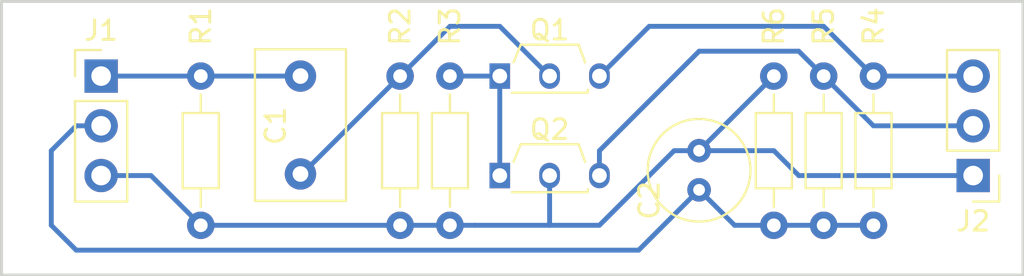
<source format=kicad_pcb>
(kicad_pcb (version 20171130) (host pcbnew "(5.0.2)-1")

  (general
    (thickness 1.6)
    (drawings 4)
    (tracks 39)
    (zones 0)
    (modules 12)
    (nets 8)
  )

  (page A4)
  (layers
    (0 F.Cu signal)
    (31 B.Cu signal)
    (32 B.Adhes user)
    (33 F.Adhes user)
    (34 B.Paste user)
    (35 F.Paste user)
    (36 B.SilkS user)
    (37 F.SilkS user)
    (38 B.Mask user)
    (39 F.Mask user)
    (40 Dwgs.User user)
    (41 Cmts.User user)
    (42 Eco1.User user)
    (43 Eco2.User user)
    (44 Edge.Cuts user)
    (45 Margin user)
    (46 B.CrtYd user)
    (47 F.CrtYd user)
    (48 B.Fab user)
    (49 F.Fab user)
  )

  (setup
    (last_trace_width 0.25)
    (trace_clearance 0.2)
    (zone_clearance 0.508)
    (zone_45_only no)
    (trace_min 0.2)
    (segment_width 0.2)
    (edge_width 0.15)
    (via_size 0.8)
    (via_drill 0.4)
    (via_min_size 0.4)
    (via_min_drill 0.3)
    (uvia_size 0.3)
    (uvia_drill 0.1)
    (uvias_allowed no)
    (uvia_min_size 0.2)
    (uvia_min_drill 0.1)
    (pcb_text_width 0.3)
    (pcb_text_size 1.5 1.5)
    (mod_edge_width 0.15)
    (mod_text_size 1 1)
    (mod_text_width 0.15)
    (pad_size 1.524 1.524)
    (pad_drill 0.762)
    (pad_to_mask_clearance 0.051)
    (solder_mask_min_width 0.25)
    (aux_axis_origin 0 0)
    (visible_elements 7FFFFFFF)
    (pcbplotparams
      (layerselection 0x010fc_ffffffff)
      (usegerberextensions false)
      (usegerberattributes false)
      (usegerberadvancedattributes false)
      (creategerberjobfile false)
      (excludeedgelayer true)
      (linewidth 0.100000)
      (plotframeref false)
      (viasonmask false)
      (mode 1)
      (useauxorigin false)
      (hpglpennumber 1)
      (hpglpenspeed 20)
      (hpglpendiameter 15.000000)
      (psnegative false)
      (psa4output false)
      (plotreference true)
      (plotvalue true)
      (plotinvisibletext false)
      (padsonsilk false)
      (subtractmaskfromsilk false)
      (outputformat 1)
      (mirror false)
      (drillshape 1)
      (scaleselection 1)
      (outputdirectory ""))
  )

  (net 0 "")
  (net 1 "Net-(C1-Pad1)")
  (net 2 "Net-(C1-Pad2)")
  (net 3 "Net-(C2-Pad1)")
  (net 4 "Net-(C2-Pad2)")
  (net 5 "Net-(J2-Pad2)")
  (net 6 "Net-(J2-Pad3)")
  (net 7 "Net-(Q1-Pad1)")

  (net_class Default "これはデフォルトのネット クラスです。"
    (clearance 0.2)
    (trace_width 0.25)
    (via_dia 0.8)
    (via_drill 0.4)
    (uvia_dia 0.3)
    (uvia_drill 0.1)
    (add_net "Net-(C1-Pad1)")
    (add_net "Net-(C1-Pad2)")
    (add_net "Net-(C2-Pad1)")
    (add_net "Net-(C2-Pad2)")
    (add_net "Net-(J2-Pad2)")
    (add_net "Net-(J2-Pad3)")
    (add_net "Net-(Q1-Pad1)")
  )

  (module Package_TO_SOT_THT:TO-92S_Wide (layer F.Cu) (tedit 5A279587) (tstamp 5D84D9BB)
    (at 88.9 63.5)
    (descr "TO-92S_Wide package, drill 0.75mm (https://www.diodes.com/assets/Package-Files/TO92S%20(Type%20B).pdf)")
    (tags "TO-92S_Wide transistor")
    (path /5D783C8E)
    (fp_text reference Q2 (at 2.54 -2.35) (layer F.SilkS)
      (effects (font (size 1 1) (thickness 0.15)))
    )
    (fp_text value 2Sk2881 (at 2.42 1.8) (layer F.Fab)
      (effects (font (size 1 1) (thickness 0.15)))
    )
    (fp_line (start 0.67 0.75) (end 4.42 0.75) (layer F.Fab) (width 0.12))
    (fp_line (start 4.42 0.75) (end 4.57 0) (layer F.Fab) (width 0.12))
    (fp_line (start 4.57 0) (end 3.97 -1.55) (layer F.Fab) (width 0.12))
    (fp_line (start 0.67 0.75) (end 0.52 0) (layer F.Fab) (width 0.12))
    (fp_line (start 0.52 0) (end 1.12 -1.55) (layer F.Fab) (width 0.12))
    (fp_line (start 1.12 -1.55) (end 3.97 -1.55) (layer F.Fab) (width 0.12))
    (fp_line (start 0.62 0.85) (end 4.47 0.85) (layer F.SilkS) (width 0.12))
    (fp_line (start 4.47 0.85) (end 4.5 0.7) (layer F.SilkS) (width 0.12))
    (fp_line (start 4.35 -0.7) (end 4.02 -1.6) (layer F.SilkS) (width 0.12))
    (fp_line (start 4.02 -1.6) (end 1.07 -1.6) (layer F.SilkS) (width 0.12))
    (fp_line (start 1.07 -1.6) (end 0.7 -0.7) (layer F.SilkS) (width 0.12))
    (fp_line (start 0.52 1) (end 4.57 1) (layer F.CrtYd) (width 0.05))
    (fp_line (start 4.57 1) (end 4.65 0.85) (layer F.CrtYd) (width 0.05))
    (fp_line (start 4.5 -0.85) (end 4.12 -1.8) (layer F.CrtYd) (width 0.05))
    (fp_line (start 4.12 -1.8) (end 0.97 -1.8) (layer F.CrtYd) (width 0.05))
    (fp_line (start 4.5 -0.85) (end 5.85 -0.85) (layer F.CrtYd) (width 0.05))
    (fp_line (start 5.85 -0.85) (end 5.85 0.85) (layer F.CrtYd) (width 0.05))
    (fp_line (start 5.85 0.85) (end 4.65 0.85) (layer F.CrtYd) (width 0.05))
    (fp_line (start 0.51 1) (end 0.43 0.85) (layer B.CrtYd) (width 0.05))
    (fp_line (start 0.58 -0.85) (end 0.96 -1.8) (layer B.CrtYd) (width 0.05))
    (fp_line (start 0.58 -0.85) (end -0.7 -0.85) (layer B.CrtYd) (width 0.05))
    (fp_line (start -0.7 -0.85) (end -0.7 0.85) (layer B.CrtYd) (width 0.05))
    (fp_line (start -0.7 0.85) (end 0.43 0.85) (layer B.CrtYd) (width 0.05))
    (fp_text user %R (at 2.54 -2.35) (layer F.Fab)
      (effects (font (size 1 1) (thickness 0.15)))
    )
    (pad 1 thru_hole rect (at 0 0 180) (size 1.05 1.3) (drill 0.75) (layers *.Cu *.Mask)
      (net 7 "Net-(Q1-Pad1)"))
    (pad 3 thru_hole oval (at 5.08 0 180) (size 1.05 1.3) (drill 0.75) (layers *.Cu *.Mask)
      (net 5 "Net-(J2-Pad2)"))
    (pad 2 thru_hole oval (at 2.54 0 180) (size 1.05 1.3) (drill 0.75) (layers *.Cu *.Mask)
      (net 4 "Net-(C2-Pad2)"))
    (model ${KISYS3DMOD}/Package_TO_SOT_THT.3dshapes/TO-92S_Wide.wrl
      (at (xyz 0 0 0))
      (scale (xyz 1 1 1))
      (rotate (xyz 0 0 0))
    )
  )

  (module Package_TO_SOT_THT:TO-92S_Wide (layer F.Cu) (tedit 5A279587) (tstamp 5D84D99D)
    (at 88.9 58.42)
    (descr "TO-92S_Wide package, drill 0.75mm (https://www.diodes.com/assets/Package-Files/TO92S%20(Type%20B).pdf)")
    (tags "TO-92S_Wide transistor")
    (path /5D7854A0)
    (fp_text reference Q1 (at 2.54 -2.35) (layer F.SilkS)
      (effects (font (size 1 1) (thickness 0.15)))
    )
    (fp_text value 2SK2881 (at 2.42 1.8) (layer F.Fab)
      (effects (font (size 1 1) (thickness 0.15)))
    )
    (fp_text user %R (at 2.54 -2.35) (layer F.Fab)
      (effects (font (size 1 1) (thickness 0.15)))
    )
    (fp_line (start -0.7 0.85) (end 0.43 0.85) (layer B.CrtYd) (width 0.05))
    (fp_line (start -0.7 -0.85) (end -0.7 0.85) (layer B.CrtYd) (width 0.05))
    (fp_line (start 0.58 -0.85) (end -0.7 -0.85) (layer B.CrtYd) (width 0.05))
    (fp_line (start 0.58 -0.85) (end 0.96 -1.8) (layer B.CrtYd) (width 0.05))
    (fp_line (start 0.51 1) (end 0.43 0.85) (layer B.CrtYd) (width 0.05))
    (fp_line (start 5.85 0.85) (end 4.65 0.85) (layer F.CrtYd) (width 0.05))
    (fp_line (start 5.85 -0.85) (end 5.85 0.85) (layer F.CrtYd) (width 0.05))
    (fp_line (start 4.5 -0.85) (end 5.85 -0.85) (layer F.CrtYd) (width 0.05))
    (fp_line (start 4.12 -1.8) (end 0.97 -1.8) (layer F.CrtYd) (width 0.05))
    (fp_line (start 4.5 -0.85) (end 4.12 -1.8) (layer F.CrtYd) (width 0.05))
    (fp_line (start 4.57 1) (end 4.65 0.85) (layer F.CrtYd) (width 0.05))
    (fp_line (start 0.52 1) (end 4.57 1) (layer F.CrtYd) (width 0.05))
    (fp_line (start 1.07 -1.6) (end 0.7 -0.7) (layer F.SilkS) (width 0.12))
    (fp_line (start 4.02 -1.6) (end 1.07 -1.6) (layer F.SilkS) (width 0.12))
    (fp_line (start 4.35 -0.7) (end 4.02 -1.6) (layer F.SilkS) (width 0.12))
    (fp_line (start 4.47 0.85) (end 4.5 0.7) (layer F.SilkS) (width 0.12))
    (fp_line (start 0.62 0.85) (end 4.47 0.85) (layer F.SilkS) (width 0.12))
    (fp_line (start 1.12 -1.55) (end 3.97 -1.55) (layer F.Fab) (width 0.12))
    (fp_line (start 0.52 0) (end 1.12 -1.55) (layer F.Fab) (width 0.12))
    (fp_line (start 0.67 0.75) (end 0.52 0) (layer F.Fab) (width 0.12))
    (fp_line (start 4.57 0) (end 3.97 -1.55) (layer F.Fab) (width 0.12))
    (fp_line (start 4.42 0.75) (end 4.57 0) (layer F.Fab) (width 0.12))
    (fp_line (start 0.67 0.75) (end 4.42 0.75) (layer F.Fab) (width 0.12))
    (pad 2 thru_hole oval (at 2.54 0 180) (size 1.05 1.3) (drill 0.75) (layers *.Cu *.Mask)
      (net 1 "Net-(C1-Pad1)"))
    (pad 3 thru_hole oval (at 5.08 0 180) (size 1.05 1.3) (drill 0.75) (layers *.Cu *.Mask)
      (net 6 "Net-(J2-Pad3)"))
    (pad 1 thru_hole rect (at 0 0 180) (size 1.05 1.3) (drill 0.75) (layers *.Cu *.Mask)
      (net 7 "Net-(Q1-Pad1)"))
    (model ${KISYS3DMOD}/Package_TO_SOT_THT.3dshapes/TO-92S_Wide.wrl
      (at (xyz 0 0 0))
      (scale (xyz 1 1 1))
      (rotate (xyz 0 0 0))
    )
  )

  (module Resistor_THT:R_Axial_DIN0204_L3.6mm_D1.6mm_P7.62mm_Horizontal (layer F.Cu) (tedit 5AE5139B) (tstamp 5D7EA72A)
    (at 102.87 66.04 90)
    (descr "Resistor, Axial_DIN0204 series, Axial, Horizontal, pin pitch=7.62mm, 0.167W, length*diameter=3.6*1.6mm^2, http://cdn-reichelt.de/documents/datenblatt/B400/1_4W%23YAG.pdf")
    (tags "Resistor Axial_DIN0204 series Axial Horizontal pin pitch 7.62mm 0.167W length 3.6mm diameter 1.6mm")
    (path /5D706B95)
    (fp_text reference R6 (at 10.16 0 90) (layer F.SilkS)
      (effects (font (size 1 1) (thickness 0.15)))
    )
    (fp_text value 10k (at 3.81 0 90) (layer F.Fab)
      (effects (font (size 1 1) (thickness 0.15)))
    )
    (fp_text user %R (at 5.61 0.8 90) (layer F.Fab)
      (effects (font (size 0.72 0.72) (thickness 0.108)))
    )
    (fp_line (start 8.57 -1.05) (end -0.95 -1.05) (layer F.CrtYd) (width 0.05))
    (fp_line (start 8.57 1.05) (end 8.57 -1.05) (layer F.CrtYd) (width 0.05))
    (fp_line (start -0.95 1.05) (end 8.57 1.05) (layer F.CrtYd) (width 0.05))
    (fp_line (start -0.95 -1.05) (end -0.95 1.05) (layer F.CrtYd) (width 0.05))
    (fp_line (start 6.68 0) (end 5.73 0) (layer F.SilkS) (width 0.12))
    (fp_line (start 0.94 0) (end 1.89 0) (layer F.SilkS) (width 0.12))
    (fp_line (start 5.73 -0.92) (end 1.89 -0.92) (layer F.SilkS) (width 0.12))
    (fp_line (start 5.73 0.92) (end 5.73 -0.92) (layer F.SilkS) (width 0.12))
    (fp_line (start 1.89 0.92) (end 5.73 0.92) (layer F.SilkS) (width 0.12))
    (fp_line (start 1.89 -0.92) (end 1.89 0.92) (layer F.SilkS) (width 0.12))
    (fp_line (start 7.62 0) (end 5.61 0) (layer F.Fab) (width 0.1))
    (fp_line (start 0 0) (end 2.01 0) (layer F.Fab) (width 0.1))
    (fp_line (start 5.61 -0.8) (end 2.01 -0.8) (layer F.Fab) (width 0.1))
    (fp_line (start 5.61 0.8) (end 5.61 -0.8) (layer F.Fab) (width 0.1))
    (fp_line (start 2.01 0.8) (end 5.61 0.8) (layer F.Fab) (width 0.1))
    (fp_line (start 2.01 -0.8) (end 2.01 0.8) (layer F.Fab) (width 0.1))
    (pad 2 thru_hole oval (at 7.62 0 90) (size 1.4 1.4) (drill 0.7) (layers *.Cu *.Mask)
      (net 4 "Net-(C2-Pad2)"))
    (pad 1 thru_hole circle (at 0 0 90) (size 1.4 1.4) (drill 0.7) (layers *.Cu *.Mask)
      (net 3 "Net-(C2-Pad1)"))
    (model ${KISYS3DMOD}/Resistor_THT.3dshapes/R_Axial_DIN0204_L3.6mm_D1.6mm_P7.62mm_Horizontal.wrl
      (at (xyz 0 0 0))
      (scale (xyz 1 1 1))
      (rotate (xyz 0 0 0))
    )
  )

  (module Resistor_THT:R_Axial_DIN0204_L3.6mm_D1.6mm_P7.62mm_Horizontal (layer F.Cu) (tedit 5AE5139B) (tstamp 5D7EA714)
    (at 105.41 66.04 90)
    (descr "Resistor, Axial_DIN0204 series, Axial, Horizontal, pin pitch=7.62mm, 0.167W, length*diameter=3.6*1.6mm^2, http://cdn-reichelt.de/documents/datenblatt/B400/1_4W%23YAG.pdf")
    (tags "Resistor Axial_DIN0204 series Axial Horizontal pin pitch 7.62mm 0.167W length 3.6mm diameter 1.6mm")
    (path /5D7066FB)
    (fp_text reference R5 (at 10.16 0 90) (layer F.SilkS)
      (effects (font (size 1 1) (thickness 0.15)))
    )
    (fp_text value 47k (at 3.81 2.54 90) (layer F.Fab)
      (effects (font (size 1 1) (thickness 0.15)))
    )
    (fp_line (start 2.01 -0.8) (end 2.01 0.8) (layer F.Fab) (width 0.1))
    (fp_line (start 2.01 0.8) (end 5.61 0.8) (layer F.Fab) (width 0.1))
    (fp_line (start 5.61 0.8) (end 5.61 -0.8) (layer F.Fab) (width 0.1))
    (fp_line (start 5.61 -0.8) (end 2.01 -0.8) (layer F.Fab) (width 0.1))
    (fp_line (start 0 0) (end 2.01 0) (layer F.Fab) (width 0.1))
    (fp_line (start 7.62 0) (end 5.61 0) (layer F.Fab) (width 0.1))
    (fp_line (start 1.89 -0.92) (end 1.89 0.92) (layer F.SilkS) (width 0.12))
    (fp_line (start 1.89 0.92) (end 5.73 0.92) (layer F.SilkS) (width 0.12))
    (fp_line (start 5.73 0.92) (end 5.73 -0.92) (layer F.SilkS) (width 0.12))
    (fp_line (start 5.73 -0.92) (end 1.89 -0.92) (layer F.SilkS) (width 0.12))
    (fp_line (start 0.94 0) (end 1.89 0) (layer F.SilkS) (width 0.12))
    (fp_line (start 6.68 0) (end 5.73 0) (layer F.SilkS) (width 0.12))
    (fp_line (start -0.95 -1.05) (end -0.95 1.05) (layer F.CrtYd) (width 0.05))
    (fp_line (start -0.95 1.05) (end 8.57 1.05) (layer F.CrtYd) (width 0.05))
    (fp_line (start 8.57 1.05) (end 8.57 -1.05) (layer F.CrtYd) (width 0.05))
    (fp_line (start 8.57 -1.05) (end -0.95 -1.05) (layer F.CrtYd) (width 0.05))
    (fp_text user %R (at 5.61 0.8 90) (layer F.Fab)
      (effects (font (size 0.72 0.72) (thickness 0.108)))
    )
    (pad 1 thru_hole circle (at 0 0 90) (size 1.4 1.4) (drill 0.7) (layers *.Cu *.Mask)
      (net 3 "Net-(C2-Pad1)"))
    (pad 2 thru_hole oval (at 7.62 0 90) (size 1.4 1.4) (drill 0.7) (layers *.Cu *.Mask)
      (net 5 "Net-(J2-Pad2)"))
    (model ${KISYS3DMOD}/Resistor_THT.3dshapes/R_Axial_DIN0204_L3.6mm_D1.6mm_P7.62mm_Horizontal.wrl
      (at (xyz 0 0 0))
      (scale (xyz 1 1 1))
      (rotate (xyz 0 0 0))
    )
  )

  (module Resistor_THT:R_Axial_DIN0204_L3.6mm_D1.6mm_P7.62mm_Horizontal (layer F.Cu) (tedit 5AE5139B) (tstamp 5D7EA6FE)
    (at 107.95 58.42 270)
    (descr "Resistor, Axial_DIN0204 series, Axial, Horizontal, pin pitch=7.62mm, 0.167W, length*diameter=3.6*1.6mm^2, http://cdn-reichelt.de/documents/datenblatt/B400/1_4W%23YAG.pdf")
    (tags "Resistor Axial_DIN0204 series Axial Horizontal pin pitch 7.62mm 0.167W length 3.6mm diameter 1.6mm")
    (path /5D706495)
    (fp_text reference R4 (at -2.54 0 270) (layer F.SilkS)
      (effects (font (size 1 1) (thickness 0.15)))
    )
    (fp_text value 47k (at 3.81 2.54 270) (layer F.Fab)
      (effects (font (size 1 1) (thickness 0.15)))
    )
    (fp_text user %R (at 2.54 -1.27 270) (layer F.Fab)
      (effects (font (size 0.72 0.72) (thickness 0.108)))
    )
    (fp_line (start 8.57 -1.05) (end -0.95 -1.05) (layer F.CrtYd) (width 0.05))
    (fp_line (start 8.57 1.05) (end 8.57 -1.05) (layer F.CrtYd) (width 0.05))
    (fp_line (start -0.95 1.05) (end 8.57 1.05) (layer F.CrtYd) (width 0.05))
    (fp_line (start -0.95 -1.05) (end -0.95 1.05) (layer F.CrtYd) (width 0.05))
    (fp_line (start 6.68 0) (end 5.73 0) (layer F.SilkS) (width 0.12))
    (fp_line (start 0.94 0) (end 1.89 0) (layer F.SilkS) (width 0.12))
    (fp_line (start 5.73 -0.92) (end 1.89 -0.92) (layer F.SilkS) (width 0.12))
    (fp_line (start 5.73 0.92) (end 5.73 -0.92) (layer F.SilkS) (width 0.12))
    (fp_line (start 1.89 0.92) (end 5.73 0.92) (layer F.SilkS) (width 0.12))
    (fp_line (start 1.89 -0.92) (end 1.89 0.92) (layer F.SilkS) (width 0.12))
    (fp_line (start 7.62 0) (end 5.61 0) (layer F.Fab) (width 0.1))
    (fp_line (start 0 0) (end 2.01 0) (layer F.Fab) (width 0.1))
    (fp_line (start 5.61 -0.8) (end 2.01 -0.8) (layer F.Fab) (width 0.1))
    (fp_line (start 5.61 0.8) (end 5.61 -0.8) (layer F.Fab) (width 0.1))
    (fp_line (start 2.01 0.8) (end 5.61 0.8) (layer F.Fab) (width 0.1))
    (fp_line (start 2.01 -0.8) (end 2.01 0.8) (layer F.Fab) (width 0.1))
    (pad 2 thru_hole oval (at 7.62 0 270) (size 1.4 1.4) (drill 0.7) (layers *.Cu *.Mask)
      (net 3 "Net-(C2-Pad1)"))
    (pad 1 thru_hole circle (at 0 0 270) (size 1.4 1.4) (drill 0.7) (layers *.Cu *.Mask)
      (net 6 "Net-(J2-Pad3)"))
    (model ${KISYS3DMOD}/Resistor_THT.3dshapes/R_Axial_DIN0204_L3.6mm_D1.6mm_P7.62mm_Horizontal.wrl
      (at (xyz 0 0 0))
      (scale (xyz 1 1 1))
      (rotate (xyz 0 0 0))
    )
  )

  (module Resistor_THT:R_Axial_DIN0204_L3.6mm_D1.6mm_P7.62mm_Horizontal (layer F.Cu) (tedit 5AE5139B) (tstamp 5D7EA6E8)
    (at 86.36 58.42 270)
    (descr "Resistor, Axial_DIN0204 series, Axial, Horizontal, pin pitch=7.62mm, 0.167W, length*diameter=3.6*1.6mm^2, http://cdn-reichelt.de/documents/datenblatt/B400/1_4W%23YAG.pdf")
    (tags "Resistor Axial_DIN0204 series Axial Horizontal pin pitch 7.62mm 0.167W length 3.6mm diameter 1.6mm")
    (path /5D7071B7)
    (fp_text reference R3 (at -2.54 0 270) (layer F.SilkS)
      (effects (font (size 1 1) (thickness 0.15)))
    )
    (fp_text value 1k5 (at 2.54 0 270) (layer F.Fab)
      (effects (font (size 1 1) (thickness 0.15)))
    )
    (fp_line (start 2.01 -0.8) (end 2.01 0.8) (layer F.Fab) (width 0.1))
    (fp_line (start 2.01 0.8) (end 5.61 0.8) (layer F.Fab) (width 0.1))
    (fp_line (start 5.61 0.8) (end 5.61 -0.8) (layer F.Fab) (width 0.1))
    (fp_line (start 5.61 -0.8) (end 2.01 -0.8) (layer F.Fab) (width 0.1))
    (fp_line (start 0 0) (end 2.01 0) (layer F.Fab) (width 0.1))
    (fp_line (start 7.62 0) (end 5.61 0) (layer F.Fab) (width 0.1))
    (fp_line (start 1.89 -0.92) (end 1.89 0.92) (layer F.SilkS) (width 0.12))
    (fp_line (start 1.89 0.92) (end 5.73 0.92) (layer F.SilkS) (width 0.12))
    (fp_line (start 5.73 0.92) (end 5.73 -0.92) (layer F.SilkS) (width 0.12))
    (fp_line (start 5.73 -0.92) (end 1.89 -0.92) (layer F.SilkS) (width 0.12))
    (fp_line (start 0.94 0) (end 1.89 0) (layer F.SilkS) (width 0.12))
    (fp_line (start 6.68 0) (end 5.73 0) (layer F.SilkS) (width 0.12))
    (fp_line (start -0.95 -1.05) (end -0.95 1.05) (layer F.CrtYd) (width 0.05))
    (fp_line (start -0.95 1.05) (end 8.57 1.05) (layer F.CrtYd) (width 0.05))
    (fp_line (start 8.57 1.05) (end 8.57 -1.05) (layer F.CrtYd) (width 0.05))
    (fp_line (start 8.57 -1.05) (end -0.95 -1.05) (layer F.CrtYd) (width 0.05))
    (fp_text user %R (at 5.08 0 270) (layer F.Fab)
      (effects (font (size 0.72 0.72) (thickness 0.108)))
    )
    (pad 1 thru_hole circle (at 0 0 270) (size 1.4 1.4) (drill 0.7) (layers *.Cu *.Mask)
      (net 7 "Net-(Q1-Pad1)"))
    (pad 2 thru_hole oval (at 7.62 0 270) (size 1.4 1.4) (drill 0.7) (layers *.Cu *.Mask)
      (net 4 "Net-(C2-Pad2)"))
    (model ${KISYS3DMOD}/Resistor_THT.3dshapes/R_Axial_DIN0204_L3.6mm_D1.6mm_P7.62mm_Horizontal.wrl
      (at (xyz 0 0 0))
      (scale (xyz 1 1 1))
      (rotate (xyz 0 0 0))
    )
  )

  (module Resistor_THT:R_Axial_DIN0204_L3.6mm_D1.6mm_P7.62mm_Horizontal (layer F.Cu) (tedit 5AE5139B) (tstamp 5D7EA6D2)
    (at 83.82 58.42 270)
    (descr "Resistor, Axial_DIN0204 series, Axial, Horizontal, pin pitch=7.62mm, 0.167W, length*diameter=3.6*1.6mm^2, http://cdn-reichelt.de/documents/datenblatt/B400/1_4W%23YAG.pdf")
    (tags "Resistor Axial_DIN0204 series Axial Horizontal pin pitch 7.62mm 0.167W length 3.6mm diameter 1.6mm")
    (path /5D707B83)
    (fp_text reference R2 (at -2.54 0 270) (layer F.SilkS)
      (effects (font (size 1 1) (thickness 0.15)))
    )
    (fp_text value 1M (at 2.54 0 270) (layer F.Fab)
      (effects (font (size 1 1) (thickness 0.15)))
    )
    (fp_text user %R (at 5.08 0 270) (layer F.Fab)
      (effects (font (size 0.72 0.72) (thickness 0.108)))
    )
    (fp_line (start 8.57 -1.05) (end -0.95 -1.05) (layer F.CrtYd) (width 0.05))
    (fp_line (start 8.57 1.05) (end 8.57 -1.05) (layer F.CrtYd) (width 0.05))
    (fp_line (start -0.95 1.05) (end 8.57 1.05) (layer F.CrtYd) (width 0.05))
    (fp_line (start -0.95 -1.05) (end -0.95 1.05) (layer F.CrtYd) (width 0.05))
    (fp_line (start 6.68 0) (end 5.73 0) (layer F.SilkS) (width 0.12))
    (fp_line (start 0.94 0) (end 1.89 0) (layer F.SilkS) (width 0.12))
    (fp_line (start 5.73 -0.92) (end 1.89 -0.92) (layer F.SilkS) (width 0.12))
    (fp_line (start 5.73 0.92) (end 5.73 -0.92) (layer F.SilkS) (width 0.12))
    (fp_line (start 1.89 0.92) (end 5.73 0.92) (layer F.SilkS) (width 0.12))
    (fp_line (start 1.89 -0.92) (end 1.89 0.92) (layer F.SilkS) (width 0.12))
    (fp_line (start 7.62 0) (end 5.61 0) (layer F.Fab) (width 0.1))
    (fp_line (start 0 0) (end 2.01 0) (layer F.Fab) (width 0.1))
    (fp_line (start 5.61 -0.8) (end 2.01 -0.8) (layer F.Fab) (width 0.1))
    (fp_line (start 5.61 0.8) (end 5.61 -0.8) (layer F.Fab) (width 0.1))
    (fp_line (start 2.01 0.8) (end 5.61 0.8) (layer F.Fab) (width 0.1))
    (fp_line (start 2.01 -0.8) (end 2.01 0.8) (layer F.Fab) (width 0.1))
    (pad 2 thru_hole oval (at 7.62 0 270) (size 1.4 1.4) (drill 0.7) (layers *.Cu *.Mask)
      (net 4 "Net-(C2-Pad2)"))
    (pad 1 thru_hole circle (at 0 0 270) (size 1.4 1.4) (drill 0.7) (layers *.Cu *.Mask)
      (net 1 "Net-(C1-Pad1)"))
    (model ${KISYS3DMOD}/Resistor_THT.3dshapes/R_Axial_DIN0204_L3.6mm_D1.6mm_P7.62mm_Horizontal.wrl
      (at (xyz 0 0 0))
      (scale (xyz 1 1 1))
      (rotate (xyz 0 0 0))
    )
  )

  (module Resistor_THT:R_Axial_DIN0204_L3.6mm_D1.6mm_P7.62mm_Horizontal (layer F.Cu) (tedit 5AE5139B) (tstamp 5D7EA6BC)
    (at 73.66 58.42 270)
    (descr "Resistor, Axial_DIN0204 series, Axial, Horizontal, pin pitch=7.62mm, 0.167W, length*diameter=3.6*1.6mm^2, http://cdn-reichelt.de/documents/datenblatt/B400/1_4W%23YAG.pdf")
    (tags "Resistor Axial_DIN0204 series Axial Horizontal pin pitch 7.62mm 0.167W length 3.6mm diameter 1.6mm")
    (path /5D707C0D)
    (fp_text reference R1 (at -2.54 0 270) (layer F.SilkS)
      (effects (font (size 1 1) (thickness 0.15)))
    )
    (fp_text value 10k (at 3.81 1.92 270) (layer F.Fab)
      (effects (font (size 1 1) (thickness 0.15)))
    )
    (fp_line (start 2.01 -0.8) (end 2.01 0.8) (layer F.Fab) (width 0.1))
    (fp_line (start 2.01 0.8) (end 5.61 0.8) (layer F.Fab) (width 0.1))
    (fp_line (start 5.61 0.8) (end 5.61 -0.8) (layer F.Fab) (width 0.1))
    (fp_line (start 5.61 -0.8) (end 2.01 -0.8) (layer F.Fab) (width 0.1))
    (fp_line (start 0 0) (end 2.01 0) (layer F.Fab) (width 0.1))
    (fp_line (start 7.62 0) (end 5.61 0) (layer F.Fab) (width 0.1))
    (fp_line (start 1.89 -0.92) (end 1.89 0.92) (layer F.SilkS) (width 0.12))
    (fp_line (start 1.89 0.92) (end 5.73 0.92) (layer F.SilkS) (width 0.12))
    (fp_line (start 5.73 0.92) (end 5.73 -0.92) (layer F.SilkS) (width 0.12))
    (fp_line (start 5.73 -0.92) (end 1.89 -0.92) (layer F.SilkS) (width 0.12))
    (fp_line (start 0.94 0) (end 1.89 0) (layer F.SilkS) (width 0.12))
    (fp_line (start 6.68 0) (end 5.73 0) (layer F.SilkS) (width 0.12))
    (fp_line (start -0.95 -1.05) (end -0.95 1.05) (layer F.CrtYd) (width 0.05))
    (fp_line (start -0.95 1.05) (end 8.57 1.05) (layer F.CrtYd) (width 0.05))
    (fp_line (start 8.57 1.05) (end 8.57 -1.05) (layer F.CrtYd) (width 0.05))
    (fp_line (start 8.57 -1.05) (end -0.95 -1.05) (layer F.CrtYd) (width 0.05))
    (fp_text user %R (at 3.81 0 270) (layer F.Fab)
      (effects (font (size 0.72 0.72) (thickness 0.108)))
    )
    (pad 1 thru_hole circle (at 0 0 270) (size 1.4 1.4) (drill 0.7) (layers *.Cu *.Mask)
      (net 2 "Net-(C1-Pad2)"))
    (pad 2 thru_hole oval (at 7.62 0 270) (size 1.4 1.4) (drill 0.7) (layers *.Cu *.Mask)
      (net 4 "Net-(C2-Pad2)"))
    (model ${KISYS3DMOD}/Resistor_THT.3dshapes/R_Axial_DIN0204_L3.6mm_D1.6mm_P7.62mm_Horizontal.wrl
      (at (xyz 0 0 0))
      (scale (xyz 1 1 1))
      (rotate (xyz 0 0 0))
    )
  )

  (module Capacitor_THT:C_Disc_D7.5mm_W4.4mm_P5.00mm (layer F.Cu) (tedit 5AE50EF0) (tstamp 5D7D2724)
    (at 78.74 63.42 90)
    (descr "C, Disc series, Radial, pin pitch=5.00mm, , diameter*width=7.5*4.4mm^2, Capacitor")
    (tags "C Disc series Radial pin pitch 5.00mm  diameter 7.5mm width 4.4mm Capacitor")
    (path /5D707B16)
    (fp_text reference C1 (at 2.46 -1.27 90) (layer F.SilkS)
      (effects (font (size 1 1) (thickness 0.15)))
    )
    (fp_text value 0.22u/63V (at 2.46 1.27 90) (layer F.Fab)
      (effects (font (size 1 1) (thickness 0.15)))
    )
    (fp_line (start -1.25 -2.2) (end -1.25 2.2) (layer F.Fab) (width 0.1))
    (fp_line (start -1.25 2.2) (end 6.25 2.2) (layer F.Fab) (width 0.1))
    (fp_line (start 6.25 2.2) (end 6.25 -2.2) (layer F.Fab) (width 0.1))
    (fp_line (start 6.25 -2.2) (end -1.25 -2.2) (layer F.Fab) (width 0.1))
    (fp_line (start -1.37 -2.321) (end 6.37 -2.321) (layer F.SilkS) (width 0.12))
    (fp_line (start -1.37 2.321) (end 6.37 2.321) (layer F.SilkS) (width 0.12))
    (fp_line (start -1.37 -2.321) (end -1.37 2.321) (layer F.SilkS) (width 0.12))
    (fp_line (start 6.37 -2.321) (end 6.37 2.321) (layer F.SilkS) (width 0.12))
    (fp_line (start -1.5 -2.45) (end -1.5 2.45) (layer F.CrtYd) (width 0.05))
    (fp_line (start -1.5 2.45) (end 6.5 2.45) (layer F.CrtYd) (width 0.05))
    (fp_line (start 6.5 2.45) (end 6.5 -2.45) (layer F.CrtYd) (width 0.05))
    (fp_line (start 6.5 -2.45) (end -1.5 -2.45) (layer F.CrtYd) (width 0.05))
    (fp_text user %R (at 2.5 0 90) (layer F.Fab)
      (effects (font (size 1 1) (thickness 0.15)))
    )
    (pad 1 thru_hole circle (at 0 0 90) (size 1.6 1.6) (drill 0.8) (layers *.Cu *.Mask)
      (net 1 "Net-(C1-Pad1)"))
    (pad 2 thru_hole circle (at 5 0 90) (size 1.6 1.6) (drill 0.8) (layers *.Cu *.Mask)
      (net 2 "Net-(C1-Pad2)"))
    (model ${KISYS3DMOD}/Capacitor_THT.3dshapes/C_Disc_D7.5mm_W4.4mm_P5.00mm.wrl
      (at (xyz 0 0 0))
      (scale (xyz 1 1 1))
      (rotate (xyz 0 0 0))
    )
  )

  (module Capacitor_THT:C_Radial_D5.0mm_H7.0mm_P2.00mm (layer F.Cu) (tedit 5BC5C9B9) (tstamp 5D7D0A18)
    (at 99.06 64.23 90)
    (descr "C, Radial series, Radial, pin pitch=2.00mm, diameter=5mm, height=7mm, Non-Polar Electrolytic Capacitor")
    (tags "C Radial series Radial pin pitch 2.00mm diameter 5mm height 7mm Non-Polar Electrolytic Capacitor")
    (path /5D706F45)
    (fp_text reference C2 (at -0.54 -2.54 90) (layer F.SilkS)
      (effects (font (size 1 1) (thickness 0.15)))
    )
    (fp_text value 2.2uF/50V (at -3.08 -1.27) (layer F.Fab)
      (effects (font (size 1 1) (thickness 0.15)))
    )
    (fp_circle (center 1 0) (end 3.5 0) (layer F.Fab) (width 0.1))
    (fp_circle (center 1 0) (end 3.62 0) (layer F.SilkS) (width 0.12))
    (fp_circle (center 1 0) (end 3.75 0) (layer F.CrtYd) (width 0.05))
    (fp_text user %R (at 1 0 90) (layer F.Fab)
      (effects (font (size 1 1) (thickness 0.15)))
    )
    (pad 1 thru_hole circle (at 0 0 90) (size 1.2 1.2) (drill 0.6) (layers *.Cu *.Mask)
      (net 3 "Net-(C2-Pad1)"))
    (pad 2 thru_hole circle (at 2 0 90) (size 1.2 1.2) (drill 0.6) (layers *.Cu *.Mask)
      (net 4 "Net-(C2-Pad2)"))
    (model ${KISYS3DMOD}/Capacitor_THT.3dshapes/C_Radial_D5.0mm_H7.0mm_P2.00mm.wrl
      (at (xyz 0 0 0))
      (scale (xyz 1 1 1))
      (rotate (xyz 0 0 0))
    )
  )

  (module Connector_PinHeader_2.54mm:PinHeader_1x03_P2.54mm_Vertical (layer F.Cu) (tedit 59FED5CC) (tstamp 5D7D0A2F)
    (at 68.58 58.42)
    (descr "Through hole straight pin header, 1x03, 2.54mm pitch, single row")
    (tags "Through hole pin header THT 1x03 2.54mm single row")
    (path /5D72E4E4)
    (fp_text reference J1 (at 0 -2.33) (layer F.SilkS)
      (effects (font (size 1 1) (thickness 0.15)))
    )
    (fp_text value Conn_01x03 (at 0 7.41) (layer F.Fab)
      (effects (font (size 1 1) (thickness 0.15)))
    )
    (fp_text user %R (at 0 2.54 90) (layer F.Fab)
      (effects (font (size 1 1) (thickness 0.15)))
    )
    (fp_line (start 1.8 -1.8) (end -1.8 -1.8) (layer F.CrtYd) (width 0.05))
    (fp_line (start 1.8 6.85) (end 1.8 -1.8) (layer F.CrtYd) (width 0.05))
    (fp_line (start -1.8 6.85) (end 1.8 6.85) (layer F.CrtYd) (width 0.05))
    (fp_line (start -1.8 -1.8) (end -1.8 6.85) (layer F.CrtYd) (width 0.05))
    (fp_line (start -1.33 -1.33) (end 0 -1.33) (layer F.SilkS) (width 0.12))
    (fp_line (start -1.33 0) (end -1.33 -1.33) (layer F.SilkS) (width 0.12))
    (fp_line (start -1.33 1.27) (end 1.33 1.27) (layer F.SilkS) (width 0.12))
    (fp_line (start 1.33 1.27) (end 1.33 6.41) (layer F.SilkS) (width 0.12))
    (fp_line (start -1.33 1.27) (end -1.33 6.41) (layer F.SilkS) (width 0.12))
    (fp_line (start -1.33 6.41) (end 1.33 6.41) (layer F.SilkS) (width 0.12))
    (fp_line (start -1.27 -0.635) (end -0.635 -1.27) (layer F.Fab) (width 0.1))
    (fp_line (start -1.27 6.35) (end -1.27 -0.635) (layer F.Fab) (width 0.1))
    (fp_line (start 1.27 6.35) (end -1.27 6.35) (layer F.Fab) (width 0.1))
    (fp_line (start 1.27 -1.27) (end 1.27 6.35) (layer F.Fab) (width 0.1))
    (fp_line (start -0.635 -1.27) (end 1.27 -1.27) (layer F.Fab) (width 0.1))
    (pad 3 thru_hole oval (at 0 5.08) (size 1.7 1.7) (drill 1) (layers *.Cu *.Mask)
      (net 4 "Net-(C2-Pad2)"))
    (pad 2 thru_hole oval (at 0 2.54) (size 1.7 1.7) (drill 1) (layers *.Cu *.Mask)
      (net 3 "Net-(C2-Pad1)"))
    (pad 1 thru_hole rect (at 0 0) (size 1.7 1.7) (drill 1) (layers *.Cu *.Mask)
      (net 2 "Net-(C1-Pad2)"))
    (model ${KISYS3DMOD}/Connector_PinHeader_2.54mm.3dshapes/PinHeader_1x03_P2.54mm_Vertical.wrl
      (at (xyz 0 0 0))
      (scale (xyz 1 1 1))
      (rotate (xyz 0 0 0))
    )
  )

  (module Connector_PinHeader_2.54mm:PinHeader_1x03_P2.54mm_Vertical (layer F.Cu) (tedit 59FED5CC) (tstamp 5D7D0A46)
    (at 113.03 63.5 180)
    (descr "Through hole straight pin header, 1x03, 2.54mm pitch, single row")
    (tags "Through hole pin header THT 1x03 2.54mm single row")
    (path /5D706380)
    (fp_text reference J2 (at 0 -2.33 180) (layer F.SilkS)
      (effects (font (size 1 1) (thickness 0.15)))
    )
    (fp_text value DIN-3 (at 0 7.41 180) (layer F.Fab)
      (effects (font (size 1 1) (thickness 0.15)))
    )
    (fp_line (start -0.635 -1.27) (end 1.27 -1.27) (layer F.Fab) (width 0.1))
    (fp_line (start 1.27 -1.27) (end 1.27 6.35) (layer F.Fab) (width 0.1))
    (fp_line (start 1.27 6.35) (end -1.27 6.35) (layer F.Fab) (width 0.1))
    (fp_line (start -1.27 6.35) (end -1.27 -0.635) (layer F.Fab) (width 0.1))
    (fp_line (start -1.27 -0.635) (end -0.635 -1.27) (layer F.Fab) (width 0.1))
    (fp_line (start -1.33 6.41) (end 1.33 6.41) (layer F.SilkS) (width 0.12))
    (fp_line (start -1.33 1.27) (end -1.33 6.41) (layer F.SilkS) (width 0.12))
    (fp_line (start 1.33 1.27) (end 1.33 6.41) (layer F.SilkS) (width 0.12))
    (fp_line (start -1.33 1.27) (end 1.33 1.27) (layer F.SilkS) (width 0.12))
    (fp_line (start -1.33 0) (end -1.33 -1.33) (layer F.SilkS) (width 0.12))
    (fp_line (start -1.33 -1.33) (end 0 -1.33) (layer F.SilkS) (width 0.12))
    (fp_line (start -1.8 -1.8) (end -1.8 6.85) (layer F.CrtYd) (width 0.05))
    (fp_line (start -1.8 6.85) (end 1.8 6.85) (layer F.CrtYd) (width 0.05))
    (fp_line (start 1.8 6.85) (end 1.8 -1.8) (layer F.CrtYd) (width 0.05))
    (fp_line (start 1.8 -1.8) (end -1.8 -1.8) (layer F.CrtYd) (width 0.05))
    (fp_text user %R (at 0 2.54 270) (layer F.Fab)
      (effects (font (size 1 1) (thickness 0.15)))
    )
    (pad 1 thru_hole rect (at 0 0 180) (size 1.7 1.7) (drill 1) (layers *.Cu *.Mask)
      (net 4 "Net-(C2-Pad2)"))
    (pad 2 thru_hole oval (at 0 2.54 180) (size 1.7 1.7) (drill 1) (layers *.Cu *.Mask)
      (net 5 "Net-(J2-Pad2)"))
    (pad 3 thru_hole oval (at 0 5.08 180) (size 1.7 1.7) (drill 1) (layers *.Cu *.Mask)
      (net 6 "Net-(J2-Pad3)"))
    (model ${KISYS3DMOD}/Connector_PinHeader_2.54mm.3dshapes/PinHeader_1x03_P2.54mm_Vertical.wrl
      (at (xyz 0 0 0))
      (scale (xyz 1 1 1))
      (rotate (xyz 0 0 0))
    )
  )

  (gr_line (start 63.5 68.58) (end 63.5 54.61) (layer Edge.Cuts) (width 0.15))
  (gr_line (start 115.57 68.58) (end 63.5 68.58) (layer Edge.Cuts) (width 0.15))
  (gr_line (start 115.57 54.61) (end 115.57 68.58) (layer Edge.Cuts) (width 0.15))
  (gr_line (start 63.5 54.61) (end 115.57 54.61) (layer Edge.Cuts) (width 0.15))

  (segment (start 88.9 55.88) (end 91.44 58.42) (width 0.25) (layer B.Cu) (net 1))
  (segment (start 83.82 58.42) (end 86.36 55.88) (width 0.25) (layer B.Cu) (net 1))
  (segment (start 86.36 55.88) (end 88.9 55.88) (width 0.25) (layer B.Cu) (net 1))
  (segment (start 78.82 63.42) (end 78.74 63.42) (width 0.25) (layer B.Cu) (net 1))
  (segment (start 83.82 58.42) (end 78.82 63.42) (width 0.25) (layer B.Cu) (net 1))
  (segment (start 68.58 58.42) (end 78.74 58.42) (width 0.25) (layer B.Cu) (net 2))
  (segment (start 100.87 66.04) (end 99.06 64.23) (width 0.25) (layer B.Cu) (net 3))
  (segment (start 107.95 66.04) (end 100.87 66.04) (width 0.25) (layer B.Cu) (net 3))
  (segment (start 67.31 60.96) (end 68.58 60.96) (width 0.25) (layer B.Cu) (net 3))
  (segment (start 66.04 62.23) (end 67.31 60.96) (width 0.25) (layer B.Cu) (net 3))
  (segment (start 66.04 66.04) (end 66.04 62.23) (width 0.25) (layer B.Cu) (net 3))
  (segment (start 67.31 67.31) (end 66.04 66.04) (width 0.25) (layer B.Cu) (net 3))
  (segment (start 99.06 64.23) (end 95.98 67.31) (width 0.25) (layer B.Cu) (net 3))
  (segment (start 95.98 67.31) (end 67.31 67.31) (width 0.25) (layer B.Cu) (net 3))
  (segment (start 91.44 63.5) (end 91.44 66.04) (width 0.25) (layer B.Cu) (net 4))
  (segment (start 91.44 66.04) (end 87.63 66.04) (width 0.25) (layer B.Cu) (net 4))
  (segment (start 87.63 66.04) (end 86.36 66.04) (width 0.25) (layer B.Cu) (net 4))
  (segment (start 97.79 62.23) (end 99.06 62.23) (width 0.25) (layer B.Cu) (net 4))
  (segment (start 91.44 66.04) (end 93.98 66.04) (width 0.25) (layer B.Cu) (net 4))
  (segment (start 93.98 66.04) (end 97.79 62.23) (width 0.25) (layer B.Cu) (net 4))
  (segment (start 113.03 63.5) (end 104.14 63.5) (width 0.25) (layer B.Cu) (net 4))
  (segment (start 104.14 63.5) (end 102.87 62.23) (width 0.25) (layer B.Cu) (net 4))
  (segment (start 102.87 62.23) (end 99.06 62.23) (width 0.25) (layer B.Cu) (net 4))
  (segment (start 71.12 63.5) (end 73.66 66.04) (width 0.25) (layer B.Cu) (net 4))
  (segment (start 68.58 63.5) (end 71.12 63.5) (width 0.25) (layer B.Cu) (net 4))
  (segment (start 73.66 66.04) (end 86.36 66.04) (width 0.25) (layer B.Cu) (net 4))
  (segment (start 102.87 58.42) (end 99.06 62.23) (width 0.25) (layer B.Cu) (net 4))
  (segment (start 107.95 60.96) (end 105.41 58.42) (width 0.25) (layer B.Cu) (net 5))
  (segment (start 113.03 60.96) (end 107.95 60.96) (width 0.25) (layer B.Cu) (net 5))
  (segment (start 104.14 57.15) (end 99.06 57.15) (width 0.25) (layer B.Cu) (net 5))
  (segment (start 105.41 58.42) (end 104.14 57.15) (width 0.25) (layer B.Cu) (net 5))
  (segment (start 93.98 62.23) (end 93.98 63.5) (width 0.25) (layer B.Cu) (net 5))
  (segment (start 99.06 57.15) (end 93.98 62.23) (width 0.25) (layer B.Cu) (net 5))
  (segment (start 93.98 58.42) (end 96.52 55.88) (width 0.25) (layer B.Cu) (net 6))
  (segment (start 113.03 58.42) (end 107.95 58.42) (width 0.25) (layer B.Cu) (net 6))
  (segment (start 96.52 55.88) (end 105.41 55.88) (width 0.25) (layer B.Cu) (net 6))
  (segment (start 105.41 55.88) (end 107.95 58.42) (width 0.25) (layer B.Cu) (net 6))
  (segment (start 86.36 58.42) (end 88.9 58.42) (width 0.25) (layer B.Cu) (net 7))
  (segment (start 88.9 58.42) (end 88.9 63.5) (width 0.25) (layer B.Cu) (net 7))

)

</source>
